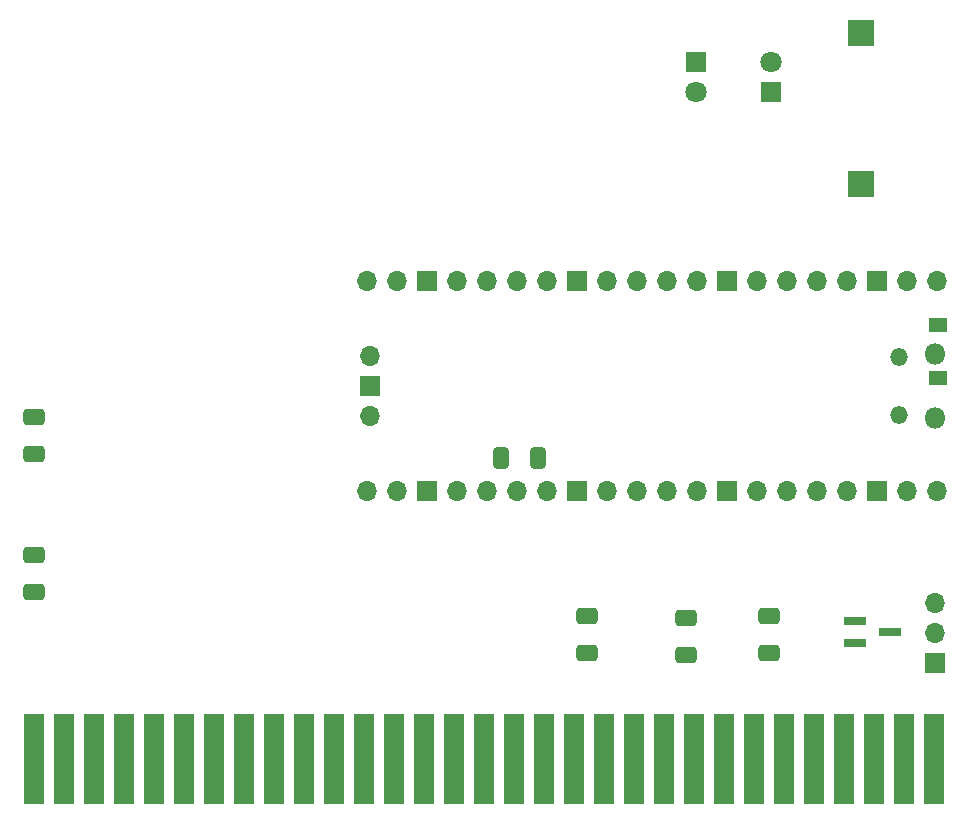
<source format=gbr>
%TF.GenerationSoftware,KiCad,Pcbnew,(6.0.5)*%
%TF.CreationDate,2023-01-02T12:33:02-06:00*%
%TF.ProjectId,ISA rev6,49534120-7265-4763-962e-6b696361645f,rev?*%
%TF.SameCoordinates,Original*%
%TF.FileFunction,Soldermask,Bot*%
%TF.FilePolarity,Negative*%
%FSLAX46Y46*%
G04 Gerber Fmt 4.6, Leading zero omitted, Abs format (unit mm)*
G04 Created by KiCad (PCBNEW (6.0.5)) date 2023-01-02 12:33:02*
%MOMM*%
%LPD*%
G01*
G04 APERTURE LIST*
G04 Aperture macros list*
%AMRoundRect*
0 Rectangle with rounded corners*
0 $1 Rounding radius*
0 $2 $3 $4 $5 $6 $7 $8 $9 X,Y pos of 4 corners*
0 Add a 4 corners polygon primitive as box body*
4,1,4,$2,$3,$4,$5,$6,$7,$8,$9,$2,$3,0*
0 Add four circle primitives for the rounded corners*
1,1,$1+$1,$2,$3*
1,1,$1+$1,$4,$5*
1,1,$1+$1,$6,$7*
1,1,$1+$1,$8,$9*
0 Add four rect primitives between the rounded corners*
20,1,$1+$1,$2,$3,$4,$5,0*
20,1,$1+$1,$4,$5,$6,$7,0*
20,1,$1+$1,$6,$7,$8,$9,0*
20,1,$1+$1,$8,$9,$2,$3,0*%
G04 Aperture macros list end*
%ADD10R,1.800000X1.800000*%
%ADD11C,1.800000*%
%ADD12R,2.300000X2.300000*%
%ADD13R,1.700000X1.700000*%
%ADD14O,1.700000X1.700000*%
%ADD15O,1.800000X1.800000*%
%ADD16O,1.500000X1.500000*%
%ADD17R,1.780000X7.620000*%
%ADD18R,1.550000X1.300000*%
%ADD19RoundRect,0.250000X0.650000X-0.412500X0.650000X0.412500X-0.650000X0.412500X-0.650000X-0.412500X0*%
%ADD20R,1.900000X0.800000*%
%ADD21RoundRect,0.250000X-0.650000X0.412500X-0.650000X-0.412500X0.650000X-0.412500X0.650000X0.412500X0*%
%ADD22RoundRect,0.250000X0.412500X0.650000X-0.412500X0.650000X-0.412500X-0.650000X0.412500X-0.650000X0*%
G04 APERTURE END LIST*
D10*
%TO.C,D2*%
X165770978Y-69956000D03*
D11*
X165770978Y-67416000D03*
%TD*%
D10*
%TO.C,D4*%
X159415978Y-67406000D03*
D11*
X159415978Y-69946000D03*
%TD*%
D12*
%TO.C,J2*%
X173402000Y-77752000D03*
X173402000Y-65012000D03*
%TD*%
D13*
%TO.C,J3*%
X179705000Y-118349000D03*
D14*
X179705000Y-115809000D03*
X179705000Y-113269000D03*
%TD*%
D15*
%TO.C,U6*%
X179702000Y-97594000D03*
D16*
X176672000Y-92444000D03*
X176672000Y-97294000D03*
D15*
X179702000Y-92144000D03*
D14*
X179832000Y-85979000D03*
X177292000Y-85979000D03*
D13*
X174752000Y-85979000D03*
D14*
X172212000Y-85979000D03*
X169672000Y-85979000D03*
X167132000Y-85979000D03*
X164592000Y-85979000D03*
D13*
X162052000Y-85979000D03*
D14*
X159512000Y-85979000D03*
X156972000Y-85979000D03*
X154432000Y-85979000D03*
X151892000Y-85979000D03*
D13*
X149352000Y-85979000D03*
D14*
X146812000Y-85979000D03*
X144272000Y-85979000D03*
X141732000Y-85979000D03*
X139192000Y-85979000D03*
D13*
X136652000Y-85979000D03*
D14*
X134112000Y-85979000D03*
X131572000Y-85979000D03*
X131572000Y-103759000D03*
X134112000Y-103759000D03*
D13*
X136652000Y-103759000D03*
D14*
X139192000Y-103759000D03*
X141732000Y-103759000D03*
X144272000Y-103759000D03*
X146812000Y-103759000D03*
D13*
X149352000Y-103759000D03*
D14*
X151892000Y-103759000D03*
X154432000Y-103759000D03*
X156972000Y-103759000D03*
X159512000Y-103759000D03*
D13*
X162052000Y-103759000D03*
D14*
X164592000Y-103759000D03*
X167132000Y-103759000D03*
X169672000Y-103759000D03*
X172212000Y-103759000D03*
D13*
X174752000Y-103759000D03*
D14*
X177292000Y-103759000D03*
X179832000Y-103759000D03*
X131802000Y-92329000D03*
D13*
X131802000Y-94869000D03*
D14*
X131802000Y-97409000D03*
%TD*%
D17*
%TO.C,J1*%
X179583000Y-126492000D03*
X177043000Y-126492000D03*
X174503000Y-126492000D03*
X171963000Y-126492000D03*
X169423000Y-126492000D03*
X166883000Y-126492000D03*
X164343000Y-126492000D03*
X161803000Y-126492000D03*
X159263000Y-126492000D03*
X156723000Y-126492000D03*
X154183000Y-126492000D03*
X151643000Y-126492000D03*
X149103000Y-126492000D03*
X146563000Y-126492000D03*
X144023000Y-126492000D03*
X141483000Y-126492000D03*
X138943000Y-126492000D03*
X136403000Y-126492000D03*
X133863000Y-126492000D03*
X131323000Y-126492000D03*
X128783000Y-126492000D03*
X126243000Y-126492000D03*
X123703000Y-126492000D03*
X121163000Y-126492000D03*
X118623000Y-126492000D03*
X116083000Y-126492000D03*
X113543000Y-126492000D03*
X111003000Y-126492000D03*
X108463000Y-126492000D03*
X105923000Y-126492000D03*
X103383000Y-126492000D03*
%TD*%
D18*
%TO.C,TP1*%
X179959000Y-94198000D03*
X179959000Y-89698000D03*
%TD*%
D19*
%TO.C,C3*%
X165608000Y-117513500D03*
X165608000Y-114388500D03*
%TD*%
D20*
%TO.C,D7*%
X172871000Y-116647000D03*
X172871000Y-114747000D03*
X175871000Y-115697000D03*
%TD*%
D19*
%TO.C,C4*%
X103373000Y-100622500D03*
X103373000Y-97497500D03*
%TD*%
D21*
%TO.C,C6*%
X158623000Y-114515500D03*
X158623000Y-117640500D03*
%TD*%
%TO.C,C1*%
X150241000Y-114388500D03*
X150241000Y-117513500D03*
%TD*%
D22*
%TO.C,C7*%
X146088500Y-100965000D03*
X142963500Y-100965000D03*
%TD*%
D21*
%TO.C,C5*%
X103373000Y-109181500D03*
X103373000Y-112306500D03*
%TD*%
M02*

</source>
